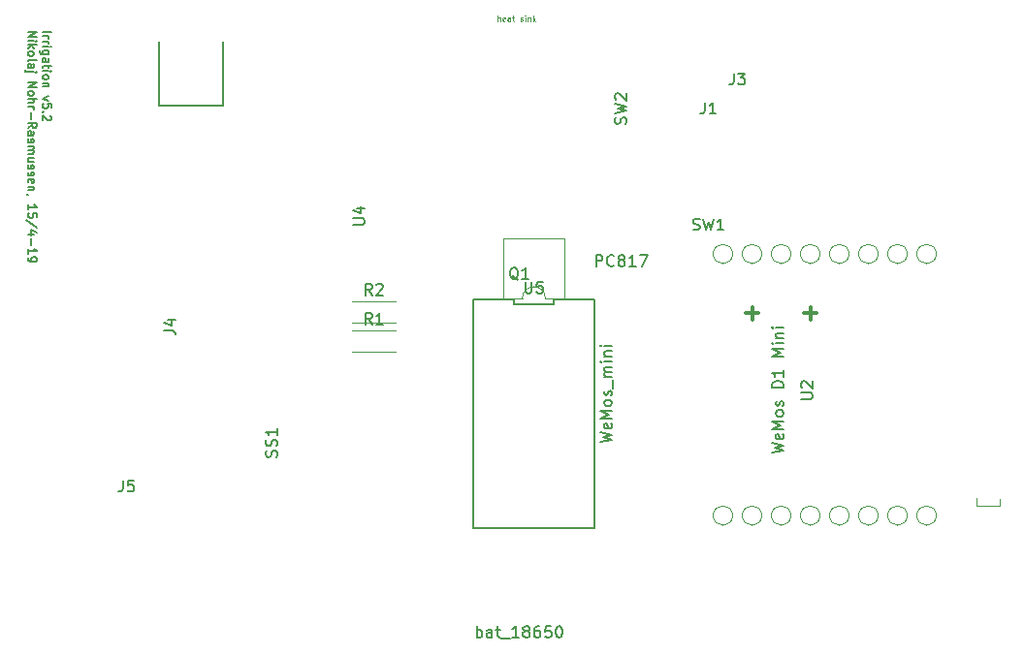
<source format=gto>
G04 #@! TF.GenerationSoftware,KiCad,Pcbnew,(5.0.2)-1*
G04 #@! TF.CreationDate,2019-04-15T11:25:42+02:00*
G04 #@! TF.ProjectId,irrigation_5Vvalve_4N25_CD74HC4052E_PCB v5.2,69727269-6761-4746-996f-6e5f35567661,rev?*
G04 #@! TF.SameCoordinates,Original*
G04 #@! TF.FileFunction,Legend,Top*
G04 #@! TF.FilePolarity,Positive*
%FSLAX46Y46*%
G04 Gerber Fmt 4.6, Leading zero omitted, Abs format (unit mm)*
G04 Created by KiCad (PCBNEW (5.0.2)-1) date 15-04-2019 11:25:42*
%MOMM*%
%LPD*%
G01*
G04 APERTURE LIST*
%ADD10C,0.150000*%
%ADD11C,0.300000*%
%ADD12C,0.100000*%
%ADD13C,0.120000*%
%ADD14C,0.060000*%
G04 APERTURE END LIST*
D10*
X21888214Y-21231071D02*
X22638214Y-21231071D01*
X21888214Y-21588214D02*
X22388214Y-21588214D01*
X22245357Y-21588214D02*
X22316785Y-21623928D01*
X22352500Y-21659642D01*
X22388214Y-21731071D01*
X22388214Y-21802500D01*
X21888214Y-22052500D02*
X22388214Y-22052500D01*
X22245357Y-22052500D02*
X22316785Y-22088214D01*
X22352500Y-22123928D01*
X22388214Y-22195357D01*
X22388214Y-22266785D01*
X21888214Y-22516785D02*
X22388214Y-22516785D01*
X22638214Y-22516785D02*
X22602500Y-22481071D01*
X22566785Y-22516785D01*
X22602500Y-22552500D01*
X22638214Y-22516785D01*
X22566785Y-22516785D01*
X22388214Y-23195357D02*
X21781071Y-23195357D01*
X21709642Y-23159642D01*
X21673928Y-23123928D01*
X21638214Y-23052500D01*
X21638214Y-22945357D01*
X21673928Y-22873928D01*
X21923928Y-23195357D02*
X21888214Y-23123928D01*
X21888214Y-22981071D01*
X21923928Y-22909642D01*
X21959642Y-22873928D01*
X22031071Y-22838214D01*
X22245357Y-22838214D01*
X22316785Y-22873928D01*
X22352500Y-22909642D01*
X22388214Y-22981071D01*
X22388214Y-23123928D01*
X22352500Y-23195357D01*
X21888214Y-23873928D02*
X22281071Y-23873928D01*
X22352500Y-23838214D01*
X22388214Y-23766785D01*
X22388214Y-23623928D01*
X22352500Y-23552500D01*
X21923928Y-23873928D02*
X21888214Y-23802500D01*
X21888214Y-23623928D01*
X21923928Y-23552500D01*
X21995357Y-23516785D01*
X22066785Y-23516785D01*
X22138214Y-23552500D01*
X22173928Y-23623928D01*
X22173928Y-23802500D01*
X22209642Y-23873928D01*
X22388214Y-24123928D02*
X22388214Y-24409642D01*
X22638214Y-24231071D02*
X21995357Y-24231071D01*
X21923928Y-24266785D01*
X21888214Y-24338214D01*
X21888214Y-24409642D01*
X21888214Y-24659642D02*
X22388214Y-24659642D01*
X22638214Y-24659642D02*
X22602500Y-24623928D01*
X22566785Y-24659642D01*
X22602500Y-24695357D01*
X22638214Y-24659642D01*
X22566785Y-24659642D01*
X21888214Y-25123928D02*
X21923928Y-25052500D01*
X21959642Y-25016785D01*
X22031071Y-24981071D01*
X22245357Y-24981071D01*
X22316785Y-25016785D01*
X22352500Y-25052500D01*
X22388214Y-25123928D01*
X22388214Y-25231071D01*
X22352500Y-25302500D01*
X22316785Y-25338214D01*
X22245357Y-25373928D01*
X22031071Y-25373928D01*
X21959642Y-25338214D01*
X21923928Y-25302500D01*
X21888214Y-25231071D01*
X21888214Y-25123928D01*
X22388214Y-25695357D02*
X21888214Y-25695357D01*
X22316785Y-25695357D02*
X22352500Y-25731071D01*
X22388214Y-25802500D01*
X22388214Y-25909642D01*
X22352500Y-25981071D01*
X22281071Y-26016785D01*
X21888214Y-26016785D01*
X22388214Y-26873928D02*
X21888214Y-27052500D01*
X22388214Y-27231071D01*
X22638214Y-27873928D02*
X22638214Y-27516785D01*
X22281071Y-27481071D01*
X22316785Y-27516785D01*
X22352500Y-27588214D01*
X22352500Y-27766785D01*
X22316785Y-27838214D01*
X22281071Y-27873928D01*
X22209642Y-27909642D01*
X22031071Y-27909642D01*
X21959642Y-27873928D01*
X21923928Y-27838214D01*
X21888214Y-27766785D01*
X21888214Y-27588214D01*
X21923928Y-27516785D01*
X21959642Y-27481071D01*
X21959642Y-28231071D02*
X21923928Y-28266785D01*
X21888214Y-28231071D01*
X21923928Y-28195357D01*
X21959642Y-28231071D01*
X21888214Y-28231071D01*
X22566785Y-28552500D02*
X22602500Y-28588214D01*
X22638214Y-28659642D01*
X22638214Y-28838214D01*
X22602500Y-28909642D01*
X22566785Y-28945357D01*
X22495357Y-28981071D01*
X22423928Y-28981071D01*
X22316785Y-28945357D01*
X21888214Y-28516785D01*
X21888214Y-28981071D01*
X20613214Y-21231071D02*
X21363214Y-21231071D01*
X20613214Y-21659642D01*
X21363214Y-21659642D01*
X20613214Y-22016785D02*
X21113214Y-22016785D01*
X21363214Y-22016785D02*
X21327500Y-21981071D01*
X21291785Y-22016785D01*
X21327500Y-22052500D01*
X21363214Y-22016785D01*
X21291785Y-22016785D01*
X20613214Y-22373928D02*
X21363214Y-22373928D01*
X20898928Y-22445357D02*
X20613214Y-22659642D01*
X21113214Y-22659642D02*
X20827500Y-22373928D01*
X20613214Y-23088214D02*
X20648928Y-23016785D01*
X20684642Y-22981071D01*
X20756071Y-22945357D01*
X20970357Y-22945357D01*
X21041785Y-22981071D01*
X21077500Y-23016785D01*
X21113214Y-23088214D01*
X21113214Y-23195357D01*
X21077500Y-23266785D01*
X21041785Y-23302500D01*
X20970357Y-23338214D01*
X20756071Y-23338214D01*
X20684642Y-23302500D01*
X20648928Y-23266785D01*
X20613214Y-23195357D01*
X20613214Y-23088214D01*
X20613214Y-23766785D02*
X20648928Y-23695357D01*
X20720357Y-23659642D01*
X21363214Y-23659642D01*
X20613214Y-24373928D02*
X21006071Y-24373928D01*
X21077500Y-24338214D01*
X21113214Y-24266785D01*
X21113214Y-24123928D01*
X21077500Y-24052500D01*
X20648928Y-24373928D02*
X20613214Y-24302500D01*
X20613214Y-24123928D01*
X20648928Y-24052500D01*
X20720357Y-24016785D01*
X20791785Y-24016785D01*
X20863214Y-24052500D01*
X20898928Y-24123928D01*
X20898928Y-24302500D01*
X20934642Y-24373928D01*
X21113214Y-24731071D02*
X20470357Y-24731071D01*
X20398928Y-24695357D01*
X20363214Y-24623928D01*
X20363214Y-24588214D01*
X21363214Y-24731071D02*
X21327500Y-24695357D01*
X21291785Y-24731071D01*
X21327500Y-24766785D01*
X21363214Y-24731071D01*
X21291785Y-24731071D01*
X20613214Y-25659642D02*
X21363214Y-25659642D01*
X20613214Y-26088214D01*
X21363214Y-26088214D01*
X20613214Y-26552500D02*
X20648928Y-26481071D01*
X20684642Y-26445357D01*
X20756071Y-26409642D01*
X20970357Y-26409642D01*
X21041785Y-26445357D01*
X21077500Y-26481071D01*
X21113214Y-26552500D01*
X21113214Y-26659642D01*
X21077500Y-26731071D01*
X21041785Y-26766785D01*
X20970357Y-26802500D01*
X20756071Y-26802500D01*
X20684642Y-26766785D01*
X20648928Y-26731071D01*
X20613214Y-26659642D01*
X20613214Y-26552500D01*
X20613214Y-27123928D02*
X21363214Y-27123928D01*
X20613214Y-27445357D02*
X21006071Y-27445357D01*
X21077500Y-27409642D01*
X21113214Y-27338214D01*
X21113214Y-27231071D01*
X21077500Y-27159642D01*
X21041785Y-27123928D01*
X20613214Y-27802500D02*
X21113214Y-27802500D01*
X20970357Y-27802500D02*
X21041785Y-27838214D01*
X21077500Y-27873928D01*
X21113214Y-27945357D01*
X21113214Y-28016785D01*
X20898928Y-28266785D02*
X20898928Y-28838214D01*
X20613214Y-29623928D02*
X20970357Y-29373928D01*
X20613214Y-29195357D02*
X21363214Y-29195357D01*
X21363214Y-29481071D01*
X21327500Y-29552500D01*
X21291785Y-29588214D01*
X21220357Y-29623928D01*
X21113214Y-29623928D01*
X21041785Y-29588214D01*
X21006071Y-29552500D01*
X20970357Y-29481071D01*
X20970357Y-29195357D01*
X20613214Y-30266785D02*
X21006071Y-30266785D01*
X21077500Y-30231071D01*
X21113214Y-30159642D01*
X21113214Y-30016785D01*
X21077500Y-29945357D01*
X20648928Y-30266785D02*
X20613214Y-30195357D01*
X20613214Y-30016785D01*
X20648928Y-29945357D01*
X20720357Y-29909642D01*
X20791785Y-29909642D01*
X20863214Y-29945357D01*
X20898928Y-30016785D01*
X20898928Y-30195357D01*
X20934642Y-30266785D01*
X20648928Y-30588214D02*
X20613214Y-30659642D01*
X20613214Y-30802500D01*
X20648928Y-30873928D01*
X20720357Y-30909642D01*
X20756071Y-30909642D01*
X20827500Y-30873928D01*
X20863214Y-30802500D01*
X20863214Y-30695357D01*
X20898928Y-30623928D01*
X20970357Y-30588214D01*
X21006071Y-30588214D01*
X21077500Y-30623928D01*
X21113214Y-30695357D01*
X21113214Y-30802500D01*
X21077500Y-30873928D01*
X20613214Y-31231071D02*
X21113214Y-31231071D01*
X21041785Y-31231071D02*
X21077499Y-31266785D01*
X21113214Y-31338214D01*
X21113214Y-31445357D01*
X21077499Y-31516785D01*
X21006071Y-31552500D01*
X20613214Y-31552500D01*
X21006071Y-31552500D02*
X21077499Y-31588214D01*
X21113214Y-31659642D01*
X21113214Y-31766785D01*
X21077499Y-31838214D01*
X21006071Y-31873928D01*
X20613214Y-31873928D01*
X21113214Y-32552500D02*
X20613214Y-32552500D01*
X21113214Y-32231071D02*
X20720357Y-32231071D01*
X20648928Y-32266785D01*
X20613214Y-32338214D01*
X20613214Y-32445357D01*
X20648928Y-32516785D01*
X20684642Y-32552500D01*
X20648928Y-32873928D02*
X20613214Y-32945357D01*
X20613214Y-33088214D01*
X20648928Y-33159642D01*
X20720357Y-33195357D01*
X20756071Y-33195357D01*
X20827499Y-33159642D01*
X20863214Y-33088214D01*
X20863214Y-32981071D01*
X20898928Y-32909642D01*
X20970357Y-32873928D01*
X21006071Y-32873928D01*
X21077499Y-32909642D01*
X21113214Y-32981071D01*
X21113214Y-33088214D01*
X21077499Y-33159642D01*
X20648928Y-33481071D02*
X20613214Y-33552500D01*
X20613214Y-33695357D01*
X20648928Y-33766785D01*
X20720357Y-33802500D01*
X20756071Y-33802500D01*
X20827499Y-33766785D01*
X20863214Y-33695357D01*
X20863214Y-33588214D01*
X20898928Y-33516785D01*
X20970357Y-33481071D01*
X21006071Y-33481071D01*
X21077499Y-33516785D01*
X21113214Y-33588214D01*
X21113214Y-33695357D01*
X21077499Y-33766785D01*
X20648928Y-34409642D02*
X20613214Y-34338214D01*
X20613214Y-34195357D01*
X20648928Y-34123928D01*
X20720357Y-34088214D01*
X21006071Y-34088214D01*
X21077499Y-34123928D01*
X21113214Y-34195357D01*
X21113214Y-34338214D01*
X21077499Y-34409642D01*
X21006071Y-34445357D01*
X20934642Y-34445357D01*
X20863214Y-34088214D01*
X21113214Y-34766785D02*
X20613214Y-34766785D01*
X21041785Y-34766785D02*
X21077499Y-34802500D01*
X21113214Y-34873928D01*
X21113214Y-34981071D01*
X21077499Y-35052500D01*
X21006071Y-35088214D01*
X20613214Y-35088214D01*
X20648928Y-35481071D02*
X20613214Y-35481071D01*
X20541785Y-35445357D01*
X20506071Y-35409642D01*
X20613214Y-36766785D02*
X20613214Y-36338214D01*
X20613214Y-36552500D02*
X21363214Y-36552500D01*
X21256071Y-36481071D01*
X21184642Y-36409642D01*
X21148928Y-36338214D01*
X21363214Y-37445357D02*
X21363214Y-37088214D01*
X21006071Y-37052500D01*
X21041785Y-37088214D01*
X21077499Y-37159642D01*
X21077499Y-37338214D01*
X21041785Y-37409642D01*
X21006071Y-37445357D01*
X20934642Y-37481071D01*
X20756071Y-37481071D01*
X20684642Y-37445357D01*
X20648928Y-37409642D01*
X20613214Y-37338214D01*
X20613214Y-37159642D01*
X20648928Y-37088214D01*
X20684642Y-37052500D01*
X21398928Y-38338214D02*
X20434642Y-37695357D01*
X21113214Y-38909642D02*
X20613214Y-38909642D01*
X21398928Y-38731071D02*
X20863214Y-38552500D01*
X20863214Y-39016785D01*
X20898928Y-39302500D02*
X20898928Y-39873928D01*
X20613214Y-40623928D02*
X20613214Y-40195357D01*
X20613214Y-40409642D02*
X21363214Y-40409642D01*
X21256071Y-40338214D01*
X21184642Y-40266785D01*
X21148928Y-40195357D01*
X20613214Y-40981071D02*
X20613214Y-41123928D01*
X20648928Y-41195357D01*
X20684642Y-41231071D01*
X20791785Y-41302500D01*
X20934642Y-41338214D01*
X21220357Y-41338214D01*
X21291785Y-41302500D01*
X21327499Y-41266785D01*
X21363214Y-41195357D01*
X21363214Y-41052500D01*
X21327499Y-40981071D01*
X21291785Y-40945357D01*
X21220357Y-40909642D01*
X21041785Y-40909642D01*
X20970357Y-40945357D01*
X20934642Y-40981071D01*
X20898928Y-41052500D01*
X20898928Y-41195357D01*
X20934642Y-41266785D01*
X20970357Y-41302500D01*
X21041785Y-41338214D01*
D11*
X84391428Y-45827142D02*
X83248571Y-45827142D01*
X83820000Y-46398571D02*
X83820000Y-45255714D01*
X89471428Y-45827142D02*
X88328571Y-45827142D01*
X88900000Y-46398571D02*
X88900000Y-45255714D01*
D10*
G04 #@! TO.C,U5*
X63016667Y-44620000D02*
X59510001Y-44620000D01*
X63016667Y-45070000D02*
X63016667Y-44620000D01*
X66523333Y-45070000D02*
X63016667Y-45070000D01*
X66523333Y-44620000D02*
X66523333Y-45070000D01*
X70030000Y-44620000D02*
X66523333Y-44620000D01*
X70029999Y-64600000D02*
X70030000Y-44620000D01*
X59510000Y-64600000D02*
X70029999Y-64600000D01*
X59510001Y-44620000D02*
X59510000Y-64600000D01*
D12*
G04 #@! TO.C,U2*
X103431738Y-62005820D02*
X103431738Y-62658459D01*
X103431738Y-62658459D02*
X105424932Y-62658459D01*
X105424932Y-62658459D02*
X105424932Y-62041098D01*
D13*
G04 #@! TO.C,Opto1*
X63770000Y-44510000D02*
G75*
G02X65770000Y-44510000I1000000J0D01*
G01*
X65770000Y-44510000D02*
X67420000Y-44510000D01*
X67420000Y-44510000D02*
X67420000Y-39310000D01*
X67420000Y-39310000D02*
X62120000Y-39310000D01*
X62120000Y-39310000D02*
X62120000Y-44510000D01*
X62120000Y-44510000D02*
X63770000Y-44510000D01*
G04 #@! TO.C,R1*
X48880000Y-49180000D02*
X52720000Y-49180000D01*
X48880000Y-47340000D02*
X52720000Y-47340000D01*
G04 #@! TO.C,R2*
X48880000Y-44800000D02*
X52720000Y-44800000D01*
X48880000Y-46640000D02*
X52720000Y-46640000D01*
D10*
G04 #@! TO.C,U4*
X37592000Y-22098000D02*
X37592000Y-27686000D01*
X37592000Y-27686000D02*
X32004000Y-27686000D01*
X32004000Y-27686000D02*
X32004000Y-22098000D01*
G04 #@! TD*
D12*
G04 #@! TO.C,U2*
X82130000Y-40640000D02*
G75*
G03X82130000Y-40640000I-850000J0D01*
G01*
X84670000Y-40640000D02*
G75*
G03X84670000Y-40640000I-850000J0D01*
G01*
X87210000Y-40640000D02*
G75*
G03X87210000Y-40640000I-850000J0D01*
G01*
X89750000Y-40640000D02*
G75*
G03X89750000Y-40640000I-850000J0D01*
G01*
X92290000Y-40640000D02*
G75*
G03X92290000Y-40640000I-850000J0D01*
G01*
X94830000Y-40640000D02*
G75*
G03X94830000Y-40640000I-850000J0D01*
G01*
X97370000Y-40640000D02*
G75*
G03X97370000Y-40640000I-850000J0D01*
G01*
X99910000Y-40640000D02*
G75*
G03X99910000Y-40640000I-850000J0D01*
G01*
X99910000Y-63500000D02*
G75*
G03X99910000Y-63500000I-850000J0D01*
G01*
X97370000Y-63500000D02*
G75*
G03X97370000Y-63500000I-850000J0D01*
G01*
X94830000Y-63500000D02*
G75*
G03X94830000Y-63500000I-850000J0D01*
G01*
X92290000Y-63500000D02*
G75*
G03X92290000Y-63500000I-850000J0D01*
G01*
X89750000Y-63500000D02*
G75*
G03X89750000Y-63500000I-850000J0D01*
G01*
X87210000Y-63500000D02*
G75*
G03X87210000Y-63500000I-850000J0D01*
G01*
X84670000Y-63500000D02*
G75*
G03X84670000Y-63500000I-850000J0D01*
G01*
X82130000Y-63500000D02*
G75*
G03X82130000Y-63500000I-850000J0D01*
G01*
G04 #@! TD*
G04 #@! TO.C,U5*
D10*
X64008095Y-43072380D02*
X64008095Y-43881904D01*
X64055714Y-43977142D01*
X64103333Y-44024761D01*
X64198571Y-44072380D01*
X64389047Y-44072380D01*
X64484285Y-44024761D01*
X64531904Y-43977142D01*
X64579523Y-43881904D01*
X64579523Y-43072380D01*
X65531904Y-43072380D02*
X65055714Y-43072380D01*
X65008095Y-43548571D01*
X65055714Y-43500952D01*
X65150952Y-43453333D01*
X65389047Y-43453333D01*
X65484285Y-43500952D01*
X65531904Y-43548571D01*
X65579523Y-43643809D01*
X65579523Y-43881904D01*
X65531904Y-43977142D01*
X65484285Y-44024761D01*
X65389047Y-44072380D01*
X65150952Y-44072380D01*
X65055714Y-44024761D01*
X65008095Y-43977142D01*
G04 #@! TO.C,bat_18650*
X59785714Y-74152380D02*
X59785714Y-73152380D01*
X59785714Y-73533333D02*
X59880952Y-73485714D01*
X60071428Y-73485714D01*
X60166666Y-73533333D01*
X60214285Y-73580952D01*
X60261904Y-73676190D01*
X60261904Y-73961904D01*
X60214285Y-74057142D01*
X60166666Y-74104761D01*
X60071428Y-74152380D01*
X59880952Y-74152380D01*
X59785714Y-74104761D01*
X61119047Y-74152380D02*
X61119047Y-73628571D01*
X61071428Y-73533333D01*
X60976190Y-73485714D01*
X60785714Y-73485714D01*
X60690476Y-73533333D01*
X61119047Y-74104761D02*
X61023809Y-74152380D01*
X60785714Y-74152380D01*
X60690476Y-74104761D01*
X60642857Y-74009523D01*
X60642857Y-73914285D01*
X60690476Y-73819047D01*
X60785714Y-73771428D01*
X61023809Y-73771428D01*
X61119047Y-73723809D01*
X61452380Y-73485714D02*
X61833333Y-73485714D01*
X61595238Y-73152380D02*
X61595238Y-74009523D01*
X61642857Y-74104761D01*
X61738095Y-74152380D01*
X61833333Y-74152380D01*
X61928571Y-74247619D02*
X62690476Y-74247619D01*
X63452380Y-74152380D02*
X62880952Y-74152380D01*
X63166666Y-74152380D02*
X63166666Y-73152380D01*
X63071428Y-73295238D01*
X62976190Y-73390476D01*
X62880952Y-73438095D01*
X64023809Y-73580952D02*
X63928571Y-73533333D01*
X63880952Y-73485714D01*
X63833333Y-73390476D01*
X63833333Y-73342857D01*
X63880952Y-73247619D01*
X63928571Y-73200000D01*
X64023809Y-73152380D01*
X64214285Y-73152380D01*
X64309523Y-73200000D01*
X64357142Y-73247619D01*
X64404761Y-73342857D01*
X64404761Y-73390476D01*
X64357142Y-73485714D01*
X64309523Y-73533333D01*
X64214285Y-73580952D01*
X64023809Y-73580952D01*
X63928571Y-73628571D01*
X63880952Y-73676190D01*
X63833333Y-73771428D01*
X63833333Y-73961904D01*
X63880952Y-74057142D01*
X63928571Y-74104761D01*
X64023809Y-74152380D01*
X64214285Y-74152380D01*
X64309523Y-74104761D01*
X64357142Y-74057142D01*
X64404761Y-73961904D01*
X64404761Y-73771428D01*
X64357142Y-73676190D01*
X64309523Y-73628571D01*
X64214285Y-73580952D01*
X65261904Y-73152380D02*
X65071428Y-73152380D01*
X64976190Y-73200000D01*
X64928571Y-73247619D01*
X64833333Y-73390476D01*
X64785714Y-73580952D01*
X64785714Y-73961904D01*
X64833333Y-74057142D01*
X64880952Y-74104761D01*
X64976190Y-74152380D01*
X65166666Y-74152380D01*
X65261904Y-74104761D01*
X65309523Y-74057142D01*
X65357142Y-73961904D01*
X65357142Y-73723809D01*
X65309523Y-73628571D01*
X65261904Y-73580952D01*
X65166666Y-73533333D01*
X64976190Y-73533333D01*
X64880952Y-73580952D01*
X64833333Y-73628571D01*
X64785714Y-73723809D01*
X66261904Y-73152380D02*
X65785714Y-73152380D01*
X65738095Y-73628571D01*
X65785714Y-73580952D01*
X65880952Y-73533333D01*
X66119047Y-73533333D01*
X66214285Y-73580952D01*
X66261904Y-73628571D01*
X66309523Y-73723809D01*
X66309523Y-73961904D01*
X66261904Y-74057142D01*
X66214285Y-74104761D01*
X66119047Y-74152380D01*
X65880952Y-74152380D01*
X65785714Y-74104761D01*
X65738095Y-74057142D01*
X66928571Y-73152380D02*
X67023809Y-73152380D01*
X67119047Y-73200000D01*
X67166666Y-73247619D01*
X67214285Y-73342857D01*
X67261904Y-73533333D01*
X67261904Y-73771428D01*
X67214285Y-73961904D01*
X67166666Y-74057142D01*
X67119047Y-74104761D01*
X67023809Y-74152380D01*
X66928571Y-74152380D01*
X66833333Y-74104761D01*
X66785714Y-74057142D01*
X66738095Y-73961904D01*
X66690476Y-73771428D01*
X66690476Y-73533333D01*
X66738095Y-73342857D01*
X66785714Y-73247619D01*
X66833333Y-73200000D01*
X66928571Y-73152380D01*
G04 #@! TO.C,SW2*
X72794761Y-29273333D02*
X72842380Y-29130476D01*
X72842380Y-28892380D01*
X72794761Y-28797142D01*
X72747142Y-28749523D01*
X72651904Y-28701904D01*
X72556666Y-28701904D01*
X72461428Y-28749523D01*
X72413809Y-28797142D01*
X72366190Y-28892380D01*
X72318571Y-29082857D01*
X72270952Y-29178095D01*
X72223333Y-29225714D01*
X72128095Y-29273333D01*
X72032857Y-29273333D01*
X71937619Y-29225714D01*
X71890000Y-29178095D01*
X71842380Y-29082857D01*
X71842380Y-28844761D01*
X71890000Y-28701904D01*
X71842380Y-28368571D02*
X72842380Y-28130476D01*
X72128095Y-27940000D01*
X72842380Y-27749523D01*
X71842380Y-27511428D01*
X71937619Y-27178095D02*
X71890000Y-27130476D01*
X71842380Y-27035238D01*
X71842380Y-26797142D01*
X71890000Y-26701904D01*
X71937619Y-26654285D01*
X72032857Y-26606666D01*
X72128095Y-26606666D01*
X72270952Y-26654285D01*
X72842380Y-27225714D01*
X72842380Y-26606666D01*
G04 #@! TO.C,J1*
X79676666Y-27392380D02*
X79676666Y-28106666D01*
X79629047Y-28249523D01*
X79533809Y-28344761D01*
X79390952Y-28392380D01*
X79295714Y-28392380D01*
X80676666Y-28392380D02*
X80105238Y-28392380D01*
X80390952Y-28392380D02*
X80390952Y-27392380D01*
X80295714Y-27535238D01*
X80200476Y-27630476D01*
X80105238Y-27678095D01*
G04 #@! TO.C,U2*
X88098380Y-53339904D02*
X88907904Y-53339904D01*
X89003142Y-53292285D01*
X89050761Y-53244666D01*
X89098380Y-53149428D01*
X89098380Y-52958952D01*
X89050761Y-52863714D01*
X89003142Y-52816095D01*
X88907904Y-52768476D01*
X88098380Y-52768476D01*
X88193619Y-52339904D02*
X88146000Y-52292285D01*
X88098380Y-52197047D01*
X88098380Y-51958952D01*
X88146000Y-51863714D01*
X88193619Y-51816095D01*
X88288857Y-51768476D01*
X88384095Y-51768476D01*
X88526952Y-51816095D01*
X89098380Y-52387523D01*
X89098380Y-51768476D01*
X70572380Y-57093904D02*
X71572380Y-56855809D01*
X70858095Y-56665333D01*
X71572380Y-56474857D01*
X70572380Y-56236761D01*
X71524761Y-55474857D02*
X71572380Y-55570095D01*
X71572380Y-55760571D01*
X71524761Y-55855809D01*
X71429523Y-55903428D01*
X71048571Y-55903428D01*
X70953333Y-55855809D01*
X70905714Y-55760571D01*
X70905714Y-55570095D01*
X70953333Y-55474857D01*
X71048571Y-55427238D01*
X71143809Y-55427238D01*
X71239047Y-55903428D01*
X71572380Y-54998666D02*
X70572380Y-54998666D01*
X71286666Y-54665333D01*
X70572380Y-54332000D01*
X71572380Y-54332000D01*
X71572380Y-53712952D02*
X71524761Y-53808190D01*
X71477142Y-53855809D01*
X71381904Y-53903428D01*
X71096190Y-53903428D01*
X71000952Y-53855809D01*
X70953333Y-53808190D01*
X70905714Y-53712952D01*
X70905714Y-53570095D01*
X70953333Y-53474857D01*
X71000952Y-53427238D01*
X71096190Y-53379619D01*
X71381904Y-53379619D01*
X71477142Y-53427238D01*
X71524761Y-53474857D01*
X71572380Y-53570095D01*
X71572380Y-53712952D01*
X71524761Y-52998666D02*
X71572380Y-52903428D01*
X71572380Y-52712952D01*
X71524761Y-52617714D01*
X71429523Y-52570095D01*
X71381904Y-52570095D01*
X71286666Y-52617714D01*
X71239047Y-52712952D01*
X71239047Y-52855809D01*
X71191428Y-52951047D01*
X71096190Y-52998666D01*
X71048571Y-52998666D01*
X70953333Y-52951047D01*
X70905714Y-52855809D01*
X70905714Y-52712952D01*
X70953333Y-52617714D01*
X71667619Y-52379619D02*
X71667619Y-51617714D01*
X71572380Y-51379619D02*
X70905714Y-51379619D01*
X71000952Y-51379619D02*
X70953333Y-51332000D01*
X70905714Y-51236761D01*
X70905714Y-51093904D01*
X70953333Y-50998666D01*
X71048571Y-50951047D01*
X71572380Y-50951047D01*
X71048571Y-50951047D02*
X70953333Y-50903428D01*
X70905714Y-50808190D01*
X70905714Y-50665333D01*
X70953333Y-50570095D01*
X71048571Y-50522476D01*
X71572380Y-50522476D01*
X71572380Y-50046285D02*
X70905714Y-50046285D01*
X70572380Y-50046285D02*
X70620000Y-50093904D01*
X70667619Y-50046285D01*
X70620000Y-49998666D01*
X70572380Y-50046285D01*
X70667619Y-50046285D01*
X70905714Y-49570095D02*
X71572380Y-49570095D01*
X71000952Y-49570095D02*
X70953333Y-49522476D01*
X70905714Y-49427238D01*
X70905714Y-49284380D01*
X70953333Y-49189142D01*
X71048571Y-49141523D01*
X71572380Y-49141523D01*
X71572380Y-48665333D02*
X70905714Y-48665333D01*
X70572380Y-48665333D02*
X70620000Y-48712952D01*
X70667619Y-48665333D01*
X70620000Y-48617714D01*
X70572380Y-48665333D01*
X70667619Y-48665333D01*
X85558380Y-58020751D02*
X86558380Y-57782656D01*
X85844095Y-57592180D01*
X86558380Y-57401703D01*
X85558380Y-57163608D01*
X86510761Y-56401703D02*
X86558380Y-56496942D01*
X86558380Y-56687418D01*
X86510761Y-56782656D01*
X86415523Y-56830275D01*
X86034571Y-56830275D01*
X85939333Y-56782656D01*
X85891714Y-56687418D01*
X85891714Y-56496942D01*
X85939333Y-56401703D01*
X86034571Y-56354084D01*
X86129809Y-56354084D01*
X86225047Y-56830275D01*
X86558380Y-55925513D02*
X85558380Y-55925513D01*
X86272666Y-55592180D01*
X85558380Y-55258846D01*
X86558380Y-55258846D01*
X86558380Y-54639799D02*
X86510761Y-54735037D01*
X86463142Y-54782656D01*
X86367904Y-54830275D01*
X86082190Y-54830275D01*
X85986952Y-54782656D01*
X85939333Y-54735037D01*
X85891714Y-54639799D01*
X85891714Y-54496942D01*
X85939333Y-54401703D01*
X85986952Y-54354084D01*
X86082190Y-54306465D01*
X86367904Y-54306465D01*
X86463142Y-54354084D01*
X86510761Y-54401703D01*
X86558380Y-54496942D01*
X86558380Y-54639799D01*
X86510761Y-53925513D02*
X86558380Y-53830275D01*
X86558380Y-53639799D01*
X86510761Y-53544561D01*
X86415523Y-53496942D01*
X86367904Y-53496942D01*
X86272666Y-53544561D01*
X86225047Y-53639799D01*
X86225047Y-53782656D01*
X86177428Y-53877894D01*
X86082190Y-53925513D01*
X86034571Y-53925513D01*
X85939333Y-53877894D01*
X85891714Y-53782656D01*
X85891714Y-53639799D01*
X85939333Y-53544561D01*
X86558380Y-52306465D02*
X85558380Y-52306465D01*
X85558380Y-52068370D01*
X85606000Y-51925513D01*
X85701238Y-51830275D01*
X85796476Y-51782656D01*
X85986952Y-51735037D01*
X86129809Y-51735037D01*
X86320285Y-51782656D01*
X86415523Y-51830275D01*
X86510761Y-51925513D01*
X86558380Y-52068370D01*
X86558380Y-52306465D01*
X86558380Y-50782656D02*
X86558380Y-51354084D01*
X86558380Y-51068370D02*
X85558380Y-51068370D01*
X85701238Y-51163608D01*
X85796476Y-51258846D01*
X85844095Y-51354084D01*
X86558380Y-49592180D02*
X85558380Y-49592180D01*
X86272666Y-49258846D01*
X85558380Y-48925513D01*
X86558380Y-48925513D01*
X86558380Y-48449322D02*
X85891714Y-48449322D01*
X85558380Y-48449322D02*
X85606000Y-48496942D01*
X85653619Y-48449322D01*
X85606000Y-48401703D01*
X85558380Y-48449322D01*
X85653619Y-48449322D01*
X85891714Y-47973132D02*
X86558380Y-47973132D01*
X85986952Y-47973132D02*
X85939333Y-47925513D01*
X85891714Y-47830275D01*
X85891714Y-47687418D01*
X85939333Y-47592180D01*
X86034571Y-47544561D01*
X86558380Y-47544561D01*
X86558380Y-47068370D02*
X85891714Y-47068370D01*
X85558380Y-47068370D02*
X85606000Y-47115989D01*
X85653619Y-47068370D01*
X85606000Y-47020751D01*
X85558380Y-47068370D01*
X85653619Y-47068370D01*
G04 #@! TO.C,J3*
X82216666Y-24852380D02*
X82216666Y-25566666D01*
X82169047Y-25709523D01*
X82073809Y-25804761D01*
X81930952Y-25852380D01*
X81835714Y-25852380D01*
X82597619Y-24852380D02*
X83216666Y-24852380D01*
X82883333Y-25233333D01*
X83026190Y-25233333D01*
X83121428Y-25280952D01*
X83169047Y-25328571D01*
X83216666Y-25423809D01*
X83216666Y-25661904D01*
X83169047Y-25757142D01*
X83121428Y-25804761D01*
X83026190Y-25852380D01*
X82740476Y-25852380D01*
X82645238Y-25804761D01*
X82597619Y-25757142D01*
G04 #@! TO.C,Opto1*
X70199523Y-41727380D02*
X70199523Y-40727380D01*
X70580476Y-40727380D01*
X70675714Y-40775000D01*
X70723333Y-40822619D01*
X70770952Y-40917857D01*
X70770952Y-41060714D01*
X70723333Y-41155952D01*
X70675714Y-41203571D01*
X70580476Y-41251190D01*
X70199523Y-41251190D01*
X71770952Y-41632142D02*
X71723333Y-41679761D01*
X71580476Y-41727380D01*
X71485238Y-41727380D01*
X71342380Y-41679761D01*
X71247142Y-41584523D01*
X71199523Y-41489285D01*
X71151904Y-41298809D01*
X71151904Y-41155952D01*
X71199523Y-40965476D01*
X71247142Y-40870238D01*
X71342380Y-40775000D01*
X71485238Y-40727380D01*
X71580476Y-40727380D01*
X71723333Y-40775000D01*
X71770952Y-40822619D01*
X72342380Y-41155952D02*
X72247142Y-41108333D01*
X72199523Y-41060714D01*
X72151904Y-40965476D01*
X72151904Y-40917857D01*
X72199523Y-40822619D01*
X72247142Y-40775000D01*
X72342380Y-40727380D01*
X72532857Y-40727380D01*
X72628095Y-40775000D01*
X72675714Y-40822619D01*
X72723333Y-40917857D01*
X72723333Y-40965476D01*
X72675714Y-41060714D01*
X72628095Y-41108333D01*
X72532857Y-41155952D01*
X72342380Y-41155952D01*
X72247142Y-41203571D01*
X72199523Y-41251190D01*
X72151904Y-41346428D01*
X72151904Y-41536904D01*
X72199523Y-41632142D01*
X72247142Y-41679761D01*
X72342380Y-41727380D01*
X72532857Y-41727380D01*
X72628095Y-41679761D01*
X72675714Y-41632142D01*
X72723333Y-41536904D01*
X72723333Y-41346428D01*
X72675714Y-41251190D01*
X72628095Y-41203571D01*
X72532857Y-41155952D01*
X73675714Y-41727380D02*
X73104285Y-41727380D01*
X73390000Y-41727380D02*
X73390000Y-40727380D01*
X73294761Y-40870238D01*
X73199523Y-40965476D01*
X73104285Y-41013095D01*
X74009047Y-40727380D02*
X74675714Y-40727380D01*
X74247142Y-41727380D01*
G04 #@! TO.C,R1*
X50633333Y-46792380D02*
X50300000Y-46316190D01*
X50061904Y-46792380D02*
X50061904Y-45792380D01*
X50442857Y-45792380D01*
X50538095Y-45840000D01*
X50585714Y-45887619D01*
X50633333Y-45982857D01*
X50633333Y-46125714D01*
X50585714Y-46220952D01*
X50538095Y-46268571D01*
X50442857Y-46316190D01*
X50061904Y-46316190D01*
X51585714Y-46792380D02*
X51014285Y-46792380D01*
X51300000Y-46792380D02*
X51300000Y-45792380D01*
X51204761Y-45935238D01*
X51109523Y-46030476D01*
X51014285Y-46078095D01*
G04 #@! TO.C,R2*
X50633333Y-44252380D02*
X50300000Y-43776190D01*
X50061904Y-44252380D02*
X50061904Y-43252380D01*
X50442857Y-43252380D01*
X50538095Y-43300000D01*
X50585714Y-43347619D01*
X50633333Y-43442857D01*
X50633333Y-43585714D01*
X50585714Y-43680952D01*
X50538095Y-43728571D01*
X50442857Y-43776190D01*
X50061904Y-43776190D01*
X51014285Y-43347619D02*
X51061904Y-43300000D01*
X51157142Y-43252380D01*
X51395238Y-43252380D01*
X51490476Y-43300000D01*
X51538095Y-43347619D01*
X51585714Y-43442857D01*
X51585714Y-43538095D01*
X51538095Y-43680952D01*
X50966666Y-44252380D01*
X51585714Y-44252380D01*
G04 #@! TO.C,SS1*
X42314761Y-58388095D02*
X42362380Y-58245238D01*
X42362380Y-58007142D01*
X42314761Y-57911904D01*
X42267142Y-57864285D01*
X42171904Y-57816666D01*
X42076666Y-57816666D01*
X41981428Y-57864285D01*
X41933809Y-57911904D01*
X41886190Y-58007142D01*
X41838571Y-58197619D01*
X41790952Y-58292857D01*
X41743333Y-58340476D01*
X41648095Y-58388095D01*
X41552857Y-58388095D01*
X41457619Y-58340476D01*
X41410000Y-58292857D01*
X41362380Y-58197619D01*
X41362380Y-57959523D01*
X41410000Y-57816666D01*
X42314761Y-57435714D02*
X42362380Y-57292857D01*
X42362380Y-57054761D01*
X42314761Y-56959523D01*
X42267142Y-56911904D01*
X42171904Y-56864285D01*
X42076666Y-56864285D01*
X41981428Y-56911904D01*
X41933809Y-56959523D01*
X41886190Y-57054761D01*
X41838571Y-57245238D01*
X41790952Y-57340476D01*
X41743333Y-57388095D01*
X41648095Y-57435714D01*
X41552857Y-57435714D01*
X41457619Y-57388095D01*
X41410000Y-57340476D01*
X41362380Y-57245238D01*
X41362380Y-57007142D01*
X41410000Y-56864285D01*
X42362380Y-55911904D02*
X42362380Y-56483333D01*
X42362380Y-56197619D02*
X41362380Y-56197619D01*
X41505238Y-56292857D01*
X41600476Y-56388095D01*
X41648095Y-56483333D01*
G04 #@! TO.C,SW1*
X78676666Y-38504761D02*
X78819523Y-38552380D01*
X79057619Y-38552380D01*
X79152857Y-38504761D01*
X79200476Y-38457142D01*
X79248095Y-38361904D01*
X79248095Y-38266666D01*
X79200476Y-38171428D01*
X79152857Y-38123809D01*
X79057619Y-38076190D01*
X78867142Y-38028571D01*
X78771904Y-37980952D01*
X78724285Y-37933333D01*
X78676666Y-37838095D01*
X78676666Y-37742857D01*
X78724285Y-37647619D01*
X78771904Y-37600000D01*
X78867142Y-37552380D01*
X79105238Y-37552380D01*
X79248095Y-37600000D01*
X79581428Y-37552380D02*
X79819523Y-38552380D01*
X80010000Y-37838095D01*
X80200476Y-38552380D01*
X80438571Y-37552380D01*
X81343333Y-38552380D02*
X80771904Y-38552380D01*
X81057619Y-38552380D02*
X81057619Y-37552380D01*
X80962380Y-37695238D01*
X80867142Y-37790476D01*
X80771904Y-37838095D01*
G04 #@! TO.C,J4*
X32472380Y-47323333D02*
X33186666Y-47323333D01*
X33329523Y-47370952D01*
X33424761Y-47466190D01*
X33472380Y-47609047D01*
X33472380Y-47704285D01*
X32805714Y-46418571D02*
X33472380Y-46418571D01*
X32424761Y-46656666D02*
X33139047Y-46894761D01*
X33139047Y-46275714D01*
G04 #@! TO.C,J5*
X28876666Y-60412380D02*
X28876666Y-61126666D01*
X28829047Y-61269523D01*
X28733809Y-61364761D01*
X28590952Y-61412380D01*
X28495714Y-61412380D01*
X29829047Y-60412380D02*
X29352857Y-60412380D01*
X29305238Y-60888571D01*
X29352857Y-60840952D01*
X29448095Y-60793333D01*
X29686190Y-60793333D01*
X29781428Y-60840952D01*
X29829047Y-60888571D01*
X29876666Y-60983809D01*
X29876666Y-61221904D01*
X29829047Y-61317142D01*
X29781428Y-61364761D01*
X29686190Y-61412380D01*
X29448095Y-61412380D01*
X29352857Y-61364761D01*
X29305238Y-61317142D01*
G04 #@! TO.C,U4*
X48982380Y-38099904D02*
X49791904Y-38099904D01*
X49887142Y-38052285D01*
X49934761Y-38004666D01*
X49982380Y-37909428D01*
X49982380Y-37718952D01*
X49934761Y-37623714D01*
X49887142Y-37576095D01*
X49791904Y-37528476D01*
X48982380Y-37528476D01*
X49315714Y-36623714D02*
X49982380Y-36623714D01*
X48934761Y-36861809D02*
X49649047Y-37099904D01*
X49649047Y-36480857D01*
G04 #@! TO.C,Q1*
X63404761Y-42917619D02*
X63309523Y-42870000D01*
X63214285Y-42774761D01*
X63071428Y-42631904D01*
X62976190Y-42584285D01*
X62880952Y-42584285D01*
X62928571Y-42822380D02*
X62833333Y-42774761D01*
X62738095Y-42679523D01*
X62690476Y-42489047D01*
X62690476Y-42155714D01*
X62738095Y-41965238D01*
X62833333Y-41870000D01*
X62928571Y-41822380D01*
X63119047Y-41822380D01*
X63214285Y-41870000D01*
X63309523Y-41965238D01*
X63357142Y-42155714D01*
X63357142Y-42489047D01*
X63309523Y-42679523D01*
X63214285Y-42774761D01*
X63119047Y-42822380D01*
X62928571Y-42822380D01*
X64309523Y-42822380D02*
X63738095Y-42822380D01*
X64023809Y-42822380D02*
X64023809Y-41822380D01*
X63928571Y-41965238D01*
X63833333Y-42060476D01*
X63738095Y-42108095D01*
D14*
X61615047Y-20292190D02*
X61615047Y-19792190D01*
X61829333Y-20292190D02*
X61829333Y-20030285D01*
X61805523Y-19982666D01*
X61757904Y-19958857D01*
X61686476Y-19958857D01*
X61638857Y-19982666D01*
X61615047Y-20006476D01*
X62257904Y-20268380D02*
X62210285Y-20292190D01*
X62115047Y-20292190D01*
X62067428Y-20268380D01*
X62043619Y-20220761D01*
X62043619Y-20030285D01*
X62067428Y-19982666D01*
X62115047Y-19958857D01*
X62210285Y-19958857D01*
X62257904Y-19982666D01*
X62281714Y-20030285D01*
X62281714Y-20077904D01*
X62043619Y-20125523D01*
X62710285Y-20292190D02*
X62710285Y-20030285D01*
X62686476Y-19982666D01*
X62638857Y-19958857D01*
X62543619Y-19958857D01*
X62496000Y-19982666D01*
X62710285Y-20268380D02*
X62662666Y-20292190D01*
X62543619Y-20292190D01*
X62496000Y-20268380D01*
X62472190Y-20220761D01*
X62472190Y-20173142D01*
X62496000Y-20125523D01*
X62543619Y-20101714D01*
X62662666Y-20101714D01*
X62710285Y-20077904D01*
X62876952Y-19958857D02*
X63067428Y-19958857D01*
X62948380Y-19792190D02*
X62948380Y-20220761D01*
X62972190Y-20268380D01*
X63019809Y-20292190D01*
X63067428Y-20292190D01*
X63591238Y-20268380D02*
X63638857Y-20292190D01*
X63734095Y-20292190D01*
X63781714Y-20268380D01*
X63805523Y-20220761D01*
X63805523Y-20196952D01*
X63781714Y-20149333D01*
X63734095Y-20125523D01*
X63662666Y-20125523D01*
X63615047Y-20101714D01*
X63591238Y-20054095D01*
X63591238Y-20030285D01*
X63615047Y-19982666D01*
X63662666Y-19958857D01*
X63734095Y-19958857D01*
X63781714Y-19982666D01*
X64019809Y-20292190D02*
X64019809Y-19958857D01*
X64019809Y-19792190D02*
X63996000Y-19816000D01*
X64019809Y-19839809D01*
X64043619Y-19816000D01*
X64019809Y-19792190D01*
X64019809Y-19839809D01*
X64257904Y-19958857D02*
X64257904Y-20292190D01*
X64257904Y-20006476D02*
X64281714Y-19982666D01*
X64329333Y-19958857D01*
X64400761Y-19958857D01*
X64448380Y-19982666D01*
X64472190Y-20030285D01*
X64472190Y-20292190D01*
X64710285Y-20292190D02*
X64710285Y-19792190D01*
X64757904Y-20101714D02*
X64900761Y-20292190D01*
X64900761Y-19958857D02*
X64710285Y-20149333D01*
G04 #@! TD*
M02*

</source>
